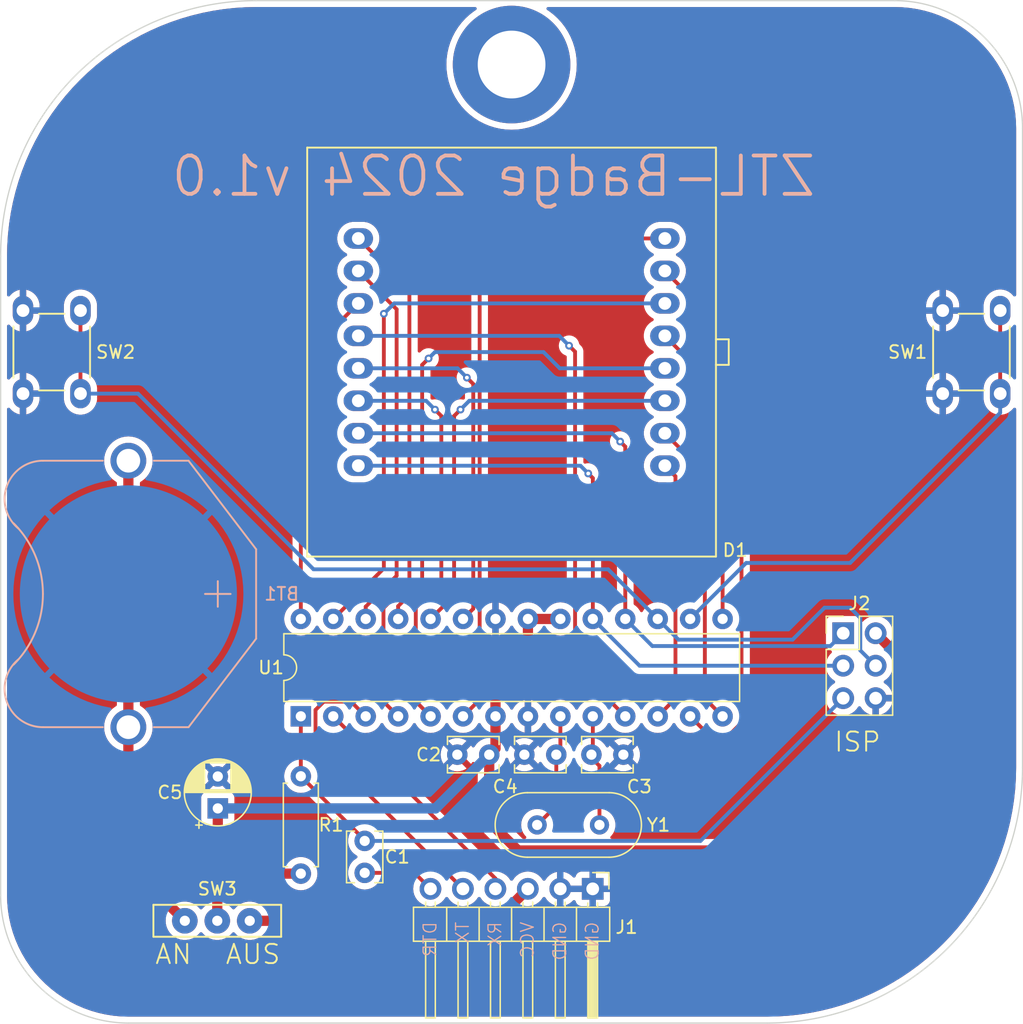
<source format=kicad_pcb>
(kicad_pcb (version 20240108) (generator "pcbnew") (generator_version "8.0")
  (layers (0 "F.Cu" signal) (31 "B.Cu" signal) (34 "B.Paste" user) (35 "F.Paste" user) (36 "B.SilkS" user "B.Silkscreen") (37 "F.SilkS" user "F.Silkscreen") (38 "B.Mask" user) (39 "F.Mask" user) (44 "Edge.Cuts" user))
  (net 0 "")
  (net 1 "Net-(BT1-+)")
  (net 2 "GND")
  (net 3 "RESET")
  (net 4 "Net-(J1-Pin_6)")
  (net 5 "+3V0")
  (net 6 "Net-(U1-XTAL2{slash}PB7)")
  (net 7 "Net-(U1-XTAL1{slash}PB6)")
  (net 8 "LED_Y5")
  (net 9 "LED_Y1")
  (net 10 "LED_X0")
  (net 11 "LED_Y0")
  (net 12 "LED_X2")
  (net 13 "LED_Y4")
  (net 14 "LED_X4")
  (net 15 "LED_Y3")
  (net 16 "LED_X5")
  (net 17 "LED_X6")
  (net 18 "LED_Y2")
  (net 19 "LED_X7")
  (net 20 "LED_Y7")
  (net 21 "LED_Y6")
  (net 22 "LED_X1")
  (net 23 "LED_X3")
  (net 24 "Net-(J1-Pin_4)")
  (net 25 "Net-(J1-Pin_5)")
  (net 26 "Net-(J2-Pin_4)")
  (net 27 "POWER_IN")
  (net 28 "Net-(U1-PB2)")
  (footprint "MountingHole:MountingHole_5.3mm_M5_DIN965_Pad" (layer "F.Cu") (at 140 75)
    (property "Reference" "H1" (hide yes))
    (property "Value" "MountingHole")
    (pad "1" thru_hole circle (at 0 0) (size 9.2 9.2) (drill 5.3) (layers "*.Cu" "*.Mask"))
  )
  (footprint "Capacitor_THT:C_Disc_D3.8mm_W2.6mm_P2.50mm" (layer "F.Cu") (at 143.5 129 180)
    (property "Reference" "C4" (at 4 -2.5 360) (layer "F.SilkS"))
    (property "Value" "22pF")
    (fp_line (start 3.27 0.795) (end 3.27 1.42) (stroke (width 0.12)) (layer "F.SilkS"))
    (fp_line (start 3.27 -1.42) (end 3.27 -0.795) (stroke (width 0.12)) (layer "F.SilkS"))
    (fp_line (start -0.77 1.42) (end 3.27 1.42) (stroke (width 0.12)) (layer "F.SilkS"))
    (fp_line (start -0.77 0.795) (end -0.77 1.42) (stroke (width 0.12)) (layer "F.SilkS"))
    (fp_line (start -0.77 -1.42) (end 3.27 -1.42) (stroke (width 0.12)) (layer "F.SilkS"))
    (fp_line (start -0.77 -1.42) (end -0.77 -0.795) (stroke (width 0.12)) (layer "F.SilkS"))
    (pad "1" thru_hole circle (at 0 0 180) (size 1.6 1.6) (drill 0.8) (layers "*.Cu" "*.Mask") (net 7 "Net-(U1-XTAL1{slash}PB6)"))
    (pad "2" thru_hole circle (at 2.5 0 180) (size 1.6 1.6) (drill 0.8) (layers "*.Cu" "*.Mask") (net 2 "GND"))
  )
  (footprint "Resistor_THT:R_Axial_DIN0207_L6.3mm_D2.5mm_P7.62mm_Horizontal" (layer "F.Cu") (at 123.5 130.69 -90)
    (property "Reference" "R1" (at 3.81 -2.37 180) (layer "F.SilkS"))
    (property "Value" "10k")
    (fp_line (start 0.54 1.37) (end 7.08 1.37) (stroke (width 0.12)) (layer "F.SilkS"))
    (fp_line (start 7.08 1.37) (end 7.08 1.04) (stroke (width 0.12)) (layer "F.SilkS"))
    (fp_line (start 0.54 1.04) (end 0.54 1.37) (stroke (width 0.12)) (layer "F.SilkS"))
    (fp_line (start 0.54 -1.04) (end 0.54 -1.37) (stroke (width 0.12)) (layer "F.SilkS"))
    (fp_line (start 0.54 -1.37) (end 7.08 -1.37) (stroke (width 0.12)) (layer "F.SilkS"))
    (fp_line (start 7.08 -1.37) (end 7.08 -1.04) (stroke (width 0.12)) (layer "F.SilkS"))
    (pad "1" thru_hole circle (at 0 0 270) (size 1.6 1.6) (drill 0.8) (layers "*.Cu" "*.Mask") (net 3 "RESET"))
    (pad "2" thru_hole oval (at 7.62 0 270) (size 1.6 1.6) (drill 0.8) (layers "*.Cu" "*.Mask") (net 5 "+3V0"))
  )
  (footprint "Kurzhubtaster:Kurzhubtaster" (layer "F.Cu") (at 104 97.5 90)
    (property "Reference" "SW2" (at 0 5 180) (layer "F.SilkS"))
    (property "Value" "Right Button" (hide yes))
    (fp_line (start -2 -3) (end 2 -3) (stroke (width 0.15)) (layer "F.SilkS"))
    (fp_line (start 3 -1) (end 3 1) (stroke (width 0.15)) (layer "F.SilkS"))
    (fp_line (start -3 -1) (end -3 1) (stroke (width 0.15)) (layer "F.SilkS"))
    (fp_line (start -2 3) (end 2 3) (stroke (width 0.15)) (layer "F.SilkS"))
    (pad "1" thru_hole oval (at -3.25 2.25 90) (size 2.3 1.6) (drill 1) (layers "*.Cu" "*.Mask") (net 26 "Net-(J2-Pin_4)"))
    (pad "2" thru_hole oval (at -3.25 -2.25 90) (size 2.3 1.6) (drill 1) (layers "*.Cu" "*.Mask") (net 2 "GND"))
    (pad "3" thru_hole oval (at 3.25 2.25 90) (size 2.3 1.6) (drill 1) (layers "*.Cu" "*.Mask") (net 26 "Net-(J2-Pin_4)"))
    (pad "4" thru_hole oval (at 3.25 -2.25 90) (size 2.3 1.6) (drill 1) (layers "*.Cu" "*.Mask") (net 2 "GND"))
  )
  (footprint "1088BS:1088BS" (layer "F.Cu") (at 140 97.5 90)
    (property "Reference" "D1" (at -15.5 17.5 180) (layer "F.SilkS"))
    (property "Value" "1088BS" (hide yes))
    (fp_line (start 16 -16) (end -16 -16) (stroke (width 0.15)) (layer "F.SilkS"))
    (fp_line (start -16 -16) (end -16 16) (stroke (width 0.15)) (layer "F.SilkS"))
    (fp_line (start 16 16) (end 16 -16) (stroke (width 0.15)) (layer "F.SilkS"))
    (fp_line (start -1 16) (end -1 17) (stroke (width 0.15)) (layer "F.SilkS"))
    (fp_line (start -16 16) (end 16 16) (stroke (width 0.15)) (layer "F.SilkS"))
    (fp_line (start 1 17) (end 1 16) (stroke (width 0.15)) (layer "F.SilkS"))
    (fp_line (start -1 17) (end 1 17) (stroke (width 0.15)) (layer "F.SilkS"))
    (pad "1" thru_hole oval (at -8.89 12 90) (size 1.6 2.3) (drill 1) (layers "*.Cu" "*.Mask") (net 14 "LED_X4"))
    (pad "2" thru_hole oval (at -6.35 12 90) (size 1.6 2.3) (drill 1) (layers "*.Cu" "*.Mask") (net 17 "LED_X6"))
    (pad "3" thru_hole oval (at -3.81 12 90) (size 1.6 2.3) (drill 1) (layers "*.Cu" "*.Mask") (net 9 "LED_Y1"))
    (pad "4" thru_hole oval (at -1.27 12 90) (size 1.6 2.3) (drill 1) (layers "*.Cu" "*.Mask") (net 18 "LED_Y2"))
    (pad "5" thru_hole oval (at 1.27 12 90) (size 1.6 2.3) (drill 1) (layers "*.Cu" "*.Mask") (net 19 "LED_X7"))
    (pad "6" thru_hole oval (at 3.81 12 90) (size 1.6 2.3) (drill 1) (layers "*.Cu" "*.Mask") (net 13 "LED_Y4"))
    (pad "7" thru_hole oval (at 6.35 12 90) (size 1.6 2.3) (drill 1) (layers "*.Cu" "*.Mask") (net 16 "LED_X5"))
    (pad "8" thru_hole oval (at 8.89 12 90) (size 1.6 2.3) (drill 1) (layers "*.Cu" "*.Mask") (net 12 "LED_X2"))
    (pad "9" thru_hole oval (at 8.89 -12 90) (size 1.6 2.3) (drill 1) (layers "*.Cu" "*.Mask") (net 10 "LED_X0"))
    (pad "10" thru_hole oval (at 6.35 -12 90) (size 1.6 2.3) (drill 1) (layers "*.Cu" "*.Mask") (net 15 "LED_Y3"))
    (pad "11" thru_hole oval (at 3.81 -12 90) (size 1.6 2.3) (drill 1) (layers "*.Cu" "*.Mask") (net 8 "LED_Y5"))
    (pad "12" thru_hole oval (at 1.27 -12 90) (size 1.6 2.3) (drill 1) (layers "*.Cu" "*.Mask") (net 23 "LED_X3"))
    (pad "13" thru_hole oval (at -1.27 -12 90) (size 1.6 2.3) (drill 1) (layers "*.Cu" "*.Mask") (net 11 "LED_Y0"))
    (pad "14" thru_hole oval (at -3.81 -12 90) (size 1.6 2.3) (drill 1) (layers "*.Cu" "*.Mask") (net 22 "LED_X1"))
    (pad "15" thru_hole oval (at -6.35 -12 90) (size 1.6 2.3) (drill 1) (layers "*.Cu" "*.Mask") (net 21 "LED_Y6"))
    (pad "16" thru_hole oval (at -8.89 -12 90) (size 1.6 2.3) (drill 1) (layers "*.Cu" "*.Mask") (net 20 "LED_Y7"))
  )
  (footprint "Capacitor_THT:CP_Radial_D5.0mm_P2.50mm" (layer "F.Cu") (at 117 133.205113 90)
    (property "Reference" "C5" (at 1.25 -3.75 180) (layer "F.SilkS"))
    (property "Value" "100uF")
    (fp_line (start 1.29 -2.58) (end 1.29 2.58) (stroke (width 0.12)) (layer "F.SilkS"))
    (fp_line (start 1.25 -2.58) (end 1.25 2.58) (stroke (width 0.12)) (layer "F.SilkS"))
    (fp_line (start 1.33 -2.579) (end 1.33 2.579) (stroke (width 0.12)) (layer "F.SilkS"))
    (fp_line (start 1.37 -2.578) (end 1.37 2.578) (stroke (width 0.12)) (layer "F.SilkS"))
    (fp_line (start 1.41 -2.576) (end 1.41 2.576) (stroke (width 0.12)) (layer "F.SilkS"))
    (fp_line (start 1.45 -2.573) (end 1.45 2.573) (stroke (width 0.12)) (layer "F.SilkS"))
    (fp_line (start 1.49 -2.569) (end 1.49 -1.04) (stroke (width 0.12)) (layer "F.SilkS"))
    (fp_line (start 1.53 -2.565) (end 1.53 -1.04) (stroke (width 0.12)) (layer "F.SilkS"))
    (fp_line (start 1.57 -2.561) (end 1.57 -1.04) (stroke (width 0.12)) (layer "F.SilkS"))
    (fp_line (start 1.61 -2.556) (end 1.61 -1.04) (stroke (width 0.12)) (layer "F.SilkS"))
    (fp_line (start 1.65 -2.55) (end 1.65 -1.04) (stroke (width 0.12)) (layer "F.SilkS"))
    (fp_line (start 1.69 -2.543) (end 1.69 -1.04) (stroke (width 0.12)) (layer "F.SilkS"))
    (fp_line (start 1.73 -2.536) (end 1.73 -1.04) (stroke (width 0.12)) (layer "F.SilkS"))
    (fp_line (start 1.77 -2.528) (end 1.77 -1.04) (stroke (width 0.12)) (layer "F.SilkS"))
    (fp_line (start 1.81 -2.52) (end 1.81 -1.04) (stroke (width 0.12)) (layer "F.SilkS"))
    (fp_line (start 1.85 -2.511) (end 1.85 -1.04) (stroke (width 0.12)) (layer "F.SilkS"))
    (fp_line (start 1.89 -2.501) (end 1.89 -1.04) (stroke (width 0.12)) (layer "F.SilkS"))
    (fp_line (start 1.93 -2.491) (end 1.93 -1.04) (stroke (width 0.12)) (layer "F.SilkS"))
    (fp_line (start 1.971 -2.48) (end 1.971 -1.04) (stroke (width 0.12)) (layer "F.SilkS"))
    (fp_line (start 2.011 -2.468) (end 2.011 -1.04) (stroke (width 0.12)) (layer "F.SilkS"))
    (fp_line (start 2.051 -2.455) (end 2.051 -1.04) (stroke (width 0.12)) (layer "F.SilkS"))
    (fp_line (start 2.091 -2.442) (end 2.091 -1.04) (stroke (width 0.12)) (layer "F.SilkS"))
    (fp_line (start 2.131 -2.428) (end 2.131 -1.04) (stroke (width 0.12)) (layer "F.SilkS"))
    (fp_line (start 2.171 -2.414) (end 2.171 -1.04) (stroke (width 0.12)) (layer "F.SilkS"))
    (fp_line (start 2.211 -2.398) (end 2.211 -1.04) (stroke (width 0.12)) (layer "F.SilkS"))
    (fp_line (start 2.251 -2.382) (end 2.251 -1.04) (stroke (width 0.12)) (layer "F.SilkS"))
    (fp_line (start 2.291 -2.365) (end 2.291 -1.04) (stroke (width 0.12)) (layer "F.SilkS"))
    (fp_line (start 2.331 -2.348) (end 2.331 -1.04) (stroke (width 0.12)) (layer "F.SilkS"))
    (fp_line (start 2.371 -2.329) (end 2.371 -1.04) (stroke (width 0.12)) (layer "F.SilkS"))
    (fp_line (start 2.411 -2.31) (end 2.411 -1.04) (stroke (width 0.12)) (layer "F.SilkS"))
    (fp_line (start 2.451 -2.29) (end 2.451 -1.04) (stroke (width 0.12)) (layer "F.SilkS"))
    (fp_line (start 2.491 -2.268) (end 2.491 -1.04) (stroke (width 0.12)) (layer "F.SilkS"))
    (fp_line (start 2.531 -2.247) (end 2.531 -1.04) (stroke (width 0.12)) (layer "F.SilkS"))
    (fp_line (start 2.571 -2.224) (end 2.571 -1.04) (stroke (width 0.12)) (layer "F.SilkS"))
    (fp_line (start 2.611 -2.2) (end 2.611 -1.04) (stroke (width 0.12)) (layer "F.SilkS"))
    (fp_line (start 2.651 -2.175) (end 2.651 -1.04) (stroke (width 0.12)) (layer "F.SilkS"))
    (fp_line (start 2.691 -2.149) (end 2.691 -1.04) (stroke (width 0.12)) (layer "F.SilkS"))
    (fp_line (start 2.731 -2.122) (end 2.731 -1.04) (stroke (width 0.12)) (layer "F.SilkS"))
    (fp_line (start 2.771 -2.095) (end 2.771 -1.04) (stroke (width 0.12)) (layer "F.SilkS"))
    (fp_line (start 2.811 -2.065) (end 2.811 -1.04) (stroke (width 0.12)) (layer "F.SilkS"))
    (fp_line (start 2.851 -2.035) (end 2.851 -1.04) (stroke (width 0.12)) (layer "F.SilkS"))
    (fp_line (start 2.891 -2.004) (end 2.891 -1.04) (stroke (width 0.12)) (layer "F.SilkS"))
    (fp_line (start 2.931 -1.971) (end 2.931 -1.04) (stroke (width 0.12)) (layer "F.SilkS"))
    (fp_line (start 2.971 -1.937) (end 2.971 -1.04) (stroke (width 0.12)) (layer "F.SilkS"))
    (fp_line (start 3.011 -1.901) (end 3.011 -1.04) (stroke (width 0.12)) (layer "F.SilkS"))
    (fp_line (start 3.051 -1.864) (end 3.051 -1.04) (stroke (width 0.12)) (layer "F.SilkS"))
    (fp_line (start 3.091 -1.826) (end 3.091 -1.04) (stroke (width 0.12)) (layer "F.SilkS"))
    (fp_line (start 3.131 -1.785) (end 3.131 -1.04) (stroke (width 0.12)) (layer "F.SilkS"))
    (fp_line (start 3.171 -1.743) (end 3.171 -1.04) (stroke (width 0.12)) (layer "F.SilkS"))
    (fp_line (start -1.304775 -1.725) (end -1.304775 -1.225) (stroke (width 0.12)) (layer "F.SilkS"))
    (fp_line (start 3.211 -1.699) (end 3.211 -1.04) (stroke (width 0.12)) (layer "F.SilkS"))
    (fp_line (start 3.251 -1.653) (end 3.251 -1.04) (stroke (width 0.12)) (layer "F.SilkS"))
    (fp_line (start 3.291 -1.605) (end 3.291 -1.04) (stroke (width 0.12)) (layer "F.SilkS"))
    (fp_line (start 3.331 -1.554) (end 3.331 -1.04) (stroke (width 0.12)) (layer "F.SilkS"))
    (fp_line (start 3.371 -1.5) (end 3.371 -1.04) (stroke (width 0.12)) (layer "F.SilkS"))
    (fp_line (start -1.554775 -1.475) (end -1.054775 -1.475) (stroke (width 0.12)) (layer "F.SilkS"))
    (fp_line (start 3.411 -1.443) (end 3.411 -1.04) (stroke (width 0.12)) (layer "F.SilkS"))
    (fp_line (start 3.451 -1.383) (end 3.451 -1.04) (stroke (width 0.12)) (layer "F.SilkS"))
    (fp_line (start 3.491 -1.319) (end 3.491 -1.04) (stroke (width 0.12)) (layer "F.SilkS"))
    (fp_line (start 3.531 -1.251) (end 3.531 -1.04) (stroke (width 0.12)) (layer "F.SilkS"))
    (fp_line (start 3.571 -1.178) (end 3.571 1.178) (stroke (width 0.12)) (layer "F.SilkS"))
    (fp_line (start 3.611 -1.098) (end 3.611 1.098) (stroke (width 0.12)) (layer "F.SilkS"))
    (fp_line (start 3.651 -1.011) (end 3.651 1.011) (stroke (width 0.12)) (layer "F.SilkS"))
    (fp_line (start 3.691 -0.915) (end 3.691 0.915) (stroke (width 0.12)) (layer "F.SilkS"))
    (fp_line (start 3.731 -0.805) (end 3.731 0.805) (stroke (width 0.12)) (layer "F.SilkS"))
    (fp_line (start 3.771 -0.677) (end 3.771 0.677) (stroke (width 0.12)) (layer "F.SilkS"))
    (fp_line (start 3.811 -0.518) (end 3.811 0.518) (stroke (width 0.12)) (layer "F.SilkS"))
    (fp_line (start 3.851 -0.284) (end 3.851 0.284) (stroke (width 0.12)) (layer "F.SilkS"))
    (fp_line (start 3.531 1.04) (end 3.531 1.251) (stroke (width 0.12)) (layer "F.SilkS"))
    (fp_line (start 3.491 1.04) (end 3.491 1.319) (stroke (width 0.12)) (layer "F.SilkS"))
    (fp_line (start 3.451 1.04) (end 3.451 1.383) (stroke (width 0.12)) (layer "F.SilkS"))
    (fp_line (start 3.411 1.04) (end 3.411 1.443) (stroke (width 0.12)) (layer "F.SilkS"))
    (fp_line (start 3.371 1.04) (end 3.371 1.5) (stroke (width 0.12)) (layer "F.SilkS"))
    (fp_line (start 3.331 1.04) (end 3.331 1.554) (stroke (width 0.12)) (layer "F.SilkS"))
    (fp_line (start 3.291 1.04) (end 3.291 1.605) (stroke (width 0.12)) (layer "F.SilkS"))
    (fp_line (start 3.251 1.04) (end 3.251 1.653) (stroke (width 0.12)) (layer "F.SilkS"))
    (fp_line (start 3.211 1.04) (end 3.211 1.699) (stroke (width 0.12)) (layer "F.SilkS"))
    (fp_line (start 3.171 1.04) (end 3.171 1.743) (stroke (width 0.12)) (layer "F.SilkS"))
    (fp_line (start 3.131 1.04) (end 3.131 1.785) (stroke (width 0.12)) (layer "F.SilkS"))
    (fp_line (start 3.091 1.04) (end 3.091 1.826) (stroke (width 0.12)) (layer "F.SilkS"))
    (fp_line (start 3.051 1.04) (end 3.051 1.864) (stroke (width 0.12)) (layer "F.SilkS"))
    (fp_line (start 3.011 1.04) (end 3.011 1.901) (stroke (width 0.12)) (layer "F.SilkS"))
    (fp_line (start 2.971 1.04) (end 2.971 1.937) (stroke (width 0.12)) (layer "F.SilkS"))
    (fp_line (start 2.931 1.04) (end 2.931 1.971) (stroke (width 0.12)) (layer "F.SilkS"))
    (fp_line (start 2.891 1.04) (end 2.891 2.004) (stroke (width 0.12)) (layer "F.SilkS"))
    (fp_line (start 2.851 1.04) (end 2.851 2.035) (stroke (width 0.12)) (layer "F.SilkS"))
    (fp_line (start 2.811 1.04) (end 2.811 2.065) (stroke (width 0.12)) (layer "F.SilkS"))
    (fp_line (start 2.771 1.04) (end 2.771 2.095) (stroke (width 0.12)) (layer "F.SilkS"))
    (fp_line (start 2.731 1.04) (end 2.731 2.122) (stroke (width 0.12)) (layer "F.SilkS"))
    (fp_line (start 2.691 1.04) (end 2.691 2.149) (stroke (width 0.12)) (layer "F.SilkS"))
    (fp_line (start 2.651 1.04) (end 2.651 2.175) (stroke (width 0.12)) (layer "F.SilkS"))
    (fp_line (start 2.611 1.04) (end 2.611 2.2) (stroke (width 0.12)) (layer "F.SilkS"))
    (fp_line (start 2.571 1.04) (end 2.571 2.224) (stroke (width 0.12)) (layer "F.SilkS"))
    (fp_line (start 2.531 1.04) (end 2.531 2.247) (stroke (width 0.12)) (layer "F.SilkS"))
    (fp_line (start 2.491 1.04) (end 2.491 2.268) (stroke (width 0.12)) (layer "F.SilkS"))
    (fp_line (start 2.451 1.04) (end 2.451 2.29) (stroke (width 0.12)) (layer "F.SilkS"))
    (fp_line (start 2.411 1.04) (end 2.411 2.31) (stroke (width 0.12)) (layer "F.SilkS"))
    (fp_line (start 2.371 1.04) (end 2.371 2.329) (stroke (width 0.12)) (layer "F.SilkS"))
    (fp_line (start 2.331 1.04) (end 2.331 2.348) (stroke (width 0.12)) (layer "F.SilkS"))
    (fp_line (start 2.291 1.04) (end 2.291 2.365) (stroke (width 0.12)) (layer "F.SilkS"))
    (fp_line (start 2.251 1.04) (end 2.251 2.382) (stroke (width 0.12)) (layer "F.SilkS"))
    (fp_line (start 2.211 1.04) (end 2.211 2.398) (stroke (width 0.12)) (layer "F.SilkS"))
    (fp_line (start 2.171 1.04) (end 2.171 2.414) (stroke (width 0.12)) (layer "F.SilkS"))
    (fp_line (start 2.131 1.04) (end 2.131 2.428) (stroke (width 0.12)) (layer "F.SilkS"))
    (fp_line (start 2.091 1.04) (end 2.091 2.442) (stroke (width 0.12)) (layer "F.SilkS"))
    (fp_line (start 2.051 1.04) (end 2.051 2.455) (stroke (width 0.12)) (layer "F.SilkS"))
    (fp_line (start 2.011 1.04) (end 2.011 2.468) (stroke (width 0.12)) (layer "F.SilkS"))
    (fp_line (start 1.971 1.04) (end 1.971 2.48) (stroke (width 0.12)) (layer "F.SilkS"))
    (fp_line (start 1.93 1.04) (end 1.93 2.491) (stroke (width 0.12)) (layer "F.SilkS"))
    (fp_line (start 1.89 1.04) (end 1.89 2.501) (stroke (width 0.12)) (layer "F.SilkS"))
    (fp_line (start 1.85 1.04) (end 1.85 2.511) (stroke (width 0.12)) (layer "F.SilkS"))
    (fp_line (start 1.81 1.04) (end 1.81 2.52) (stroke (width 0.12)) (layer "F.SilkS"))
    (fp_line (start 1.77 1.04) (end 1.77 2.528) (stroke (width 0.12)) (layer "F.SilkS"))
    (fp_line (start 1.73 1.04) (end 1.73 2.536) (stroke (width 0.12)) (layer "F.SilkS"))
    (fp_line (start 1.69 1.04) (end 1.69 2.543) (stroke (width 0.12)) (layer "F.SilkS"))
    (fp_line (start 1.65 1.04) (end 1.65 2.55) (stroke (width 0.12)) (layer "F.SilkS"))
    (fp_line (start 1.61 1.04) (end 1.61 2.556) (stroke (width 0.12)) (layer "F.SilkS"))
    (fp_line (start 1.57 1.04) (end 1.57 2.561) (stroke (width 0.12)) (layer "F.SilkS"))
    (fp_line (start 1.53 1.04) (end 1.53 2.565) (stroke (width 0.12)) (layer "F.SilkS"))
    (fp_line (start 1.49 1.04) (end 1.49 2.569) (stroke (width 0.12)) (layer "F.SilkS"))
    (fp_circle (center 1.25 0) (end 3.87 0) (stroke (width 0.12)) (fill none) (layer "F.SilkS"))
    (pad "1" thru_hole rect (at 0 0 90) (size 1.6 1.6) (drill 0.8) (layers "*.Cu" "*.Mask") (net 5 "+3V0"))
    (pad "2" thru_hole circle (at 2.5 0 90) (size 1.6 1.6) (drill 0.8) (layers "*.Cu" "*.Mask") (net 2 "GND"))
  )
  (footprint "Capacitor_THT:C_Disc_D3.8mm_W2.6mm_P2.50mm" (layer "F.Cu") (at 138.25 129 180)
    (property "Reference" "C2" (at 4.75 0 360) (layer "F.SilkS"))
    (property "Value" "100nF")
    (fp_line (start 3.27 0.795) (end 3.27 1.42) (stroke (width 0.12)) (layer "F.SilkS"))
    (fp_line (start 3.27 -1.42) (end 3.27 -0.795) (stroke (width 0.12)) (layer "F.SilkS"))
    (fp_line (start -0.77 1.42) (end 3.27 1.42) (stroke (width 0.12)) (layer "F.SilkS"))
    (fp_line (start -0.77 0.795) (end -0.77 1.42) (stroke (width 0.12)) (layer "F.SilkS"))
    (fp_line (start -0.77 -1.42) (end 3.27 -1.42) (stroke (width 0.12)) (layer "F.SilkS"))
    (fp_line (start -0.77 -1.42) (end -0.77 -0.795) (stroke (width 0.12)) (layer "F.SilkS"))
    (pad "1" thru_hole circle (at 0 0 180) (size 1.6 1.6) (drill 0.8) (layers "*.Cu" "*.Mask") (net 5 "+3V0"))
    (pad "2" thru_hole circle (at 2.5 0 180) (size 1.6 1.6) (drill 0.8) (layers "*.Cu" "*.Mask") (net 2 "GND"))
  )
  (footprint "ESP101:ESP101" (layer "F.Cu") (at 116.96 142 180)
    (property "Reference" "SW3" (at 0 2.5 360) (layer "F.SilkS"))
    (property "Value" "Power Switch")
    (fp_line (start 5 1.25) (end 5 -1.25) (stroke (width 0.15)) (layer "F.SilkS"))
    (fp_line (start 5 1.25) (end -5 1.25) (stroke (width 0.15)) (layer "F.SilkS"))
    (fp_line (start 5 -1.25) (end -5 -1.25) (stroke (width 0.15)) (layer "F.SilkS"))
    (fp_line (start -5 1.25) (end -5 -1.25) (stroke (width 0.15)) (layer "F.SilkS"))
    (pad "1" thru_hole circle (at -2.54 0 180) (size 2 2) (drill 0.8) (layers "*.Cu" "*.Mask") (net 27 "POWER_IN"))
    (pad "2" thru_hole circle (at 0 0 180) (size 2 2) (drill 0.8) (layers "*.Cu" "*.Mask") (net 5 "+3V0"))
    (pad "3" thru_hole circle (at 2.54 0 180) (size 2 2) (drill 0.8) (layers "*.Cu" "*.Mask") (net 1 "Net-(BT1-+)"))
  )
  (footprint "Connector_PinHeader_2.54mm:PinHeader_2x03_P2.54mm_Vertical" (layer "F.Cu") (at 165.96 119.5)
    (property "Reference" "J2" (at 1.27 -2.33 0) (layer "F.SilkS"))
    (property "Value" "ISP")
    (fp_line (start -1.33 -1.33) (end 0 -1.33) (stroke (width 0.12)) (layer "F.SilkS"))
    (fp_line (start -1.33 0) (end -1.33 -1.33) (stroke (width 0.12)) (layer "F.SilkS"))
    (fp_line (start -1.33 1.27) (end -1.33 6.41) (stroke (width 0.12)) (layer "F.SilkS"))
    (fp_line (start -1.33 1.27) (end 1.27 1.27) (stroke (width 0.12)) (layer "F.SilkS"))
    (fp_line (start -1.33 6.41) (end 3.87 6.41) (stroke (width 0.12)) (layer "F.SilkS"))
    (fp_line (start 1.27 -1.33) (end 3.87 -1.33) (stroke (width 0.12)) (layer "F.SilkS"))
    (fp_line (start 1.27 1.27) (end 1.27 -1.33) (stroke (width 0.12)) (layer "F.SilkS"))
    (fp_line (start 3.87 -1.33) (end 3.87 6.41) (stroke (width 0.12)) (layer "F.SilkS"))
    (pad "1" thru_hole rect (at 0 0) (size 1.7 1.7) (drill 1) (layers "*.Cu" "*.Mask") (net 21 "LED_Y6"))
    (pad "2" thru_hole oval (at 2.54 0) (size 1.7 1.7) (drill 1) (layers "*.Cu" "*.Mask") (net 5 "+3V0"))
    (pad "3" thru_hole oval (at 0 2.54) (size 1.7 1.7) (drill 1) (layers "*.Cu" "*.Mask") (net 20 "LED_Y7"))
    (pad "4" thru_hole oval (at 2.54 2.54) (size 1.7 1.7) (drill 1) (layers "*.Cu" "*.Mask") (net 26 "Net-(J2-Pin_4)"))
    (pad "5" thru_hole oval (at 0 5.08) (size 1.7 1.7) (drill 1) (layers "*.Cu" "*.Mask") (net 3 "RESET"))
    (pad "6" thru_hole oval (at 2.54 5.08) (size 1.7 1.7) (drill 1) (layers "*.Cu" "*.Mask") (net 2 "GND"))
  )
  (footprint "Package_DIP:DIP-28_W7.62mm" (layer "F.Cu") (at 123.5 126 90)
    (property "Reference" "U1" (at 3.81 -2.33 180) (layer "F.SilkS"))
    (property "Value" "ATmega328P-P")
    (fp_line (start 6.46 -1.33) (end 4.81 -1.33) (stroke (width 0.12)) (layer "F.SilkS"))
    (fp_line (start 2.81 -1.33) (end 1.16 -1.33) (stroke (width 0.12)) (layer "F.SilkS"))
    (fp_line (start 1.16 -1.33) (end 1.16 34.35) (stroke (width 0.12)) (layer "F.SilkS"))
    (fp_line (start 6.46 34.35) (end 6.46 -1.33) (stroke (width 0.12)) (layer "F.SilkS"))
    (fp_line (start 1.16 34.35) (end 6.46 34.35) (stroke (width 0.12)) (layer "F.SilkS"))
    (fp_arc (start 4.81 -1.33) (mid 3.81 -0.33) (end 2.81 -1.33) (stroke (width 0.12)) (layer "F.SilkS"))
    (pad "1" thru_hole rect (at 0 0 90) (size 1.6 1.6) (drill 0.8) (layers "*.Cu" "*.Mask") (net 3 "RESET"))
    (pad "2" thru_hole oval (at 0 2.54 90) (size 1.6 1.6) (drill 0.8) (layers "*.Cu" "*.Mask") (net 24 "Net-(J1-Pin_4)"))
    (pad "3" thru_hole oval (at 0 5.08 90) (size 1.6 1.6) (drill 0.8) (layers "*.Cu" "*.Mask") (net 25 "Net-(J1-Pin_5)"))
    (pad "4" thru_hole oval (at 0 7.62 90) (size 1.6 1.6) (drill 0.8) (layers "*.Cu" "*.Mask") (net 10 "LED_X0"))
    (pad "5" thru_hole oval (at 0 10.16 90) (size 1.6 1.6) (drill 0.8) (layers "*.Cu" "*.Mask") (net 22 "LED_X1"))
    (pad "6" thru_hole oval (at 0 12.7 90) (size 1.6 1.6) (drill 0.8) (layers "*.Cu" "*.Mask") (net 12 "LED_X2"))
    (pad "7" thru_hole oval (at 0 15.24 90) (size 1.6 1.6) (drill 0.8) (layers "*.Cu" "*.Mask") (net 5 "+3V0"))
    (pad "8" thru_hole oval (at 0 17.78 90) (size 1.6 1.6) (drill 0.8) (layers "*.Cu" "*.Mask") (net 2 "GND"))
    (pad "9" thru_hole oval (at 0 20.32 90) (size 1.6 1.6) (drill 0.8) (layers "*.Cu" "*.Mask") (net 7 "Net-(U1-XTAL1{slash}PB6)"))
    (pad "10" thru_hole oval (at 0 22.86 90) (size 1.6 1.6) (drill 0.8) (layers "*.Cu" "*.Mask") (net 6 "Net-(U1-XTAL2{slash}PB7)"))
    (pad "11" thru_hole oval (at 0 25.4 90) (size 1.6 1.6) (drill 0.8) (layers "*.Cu" "*.Mask") (net 23 "LED_X3"))
    (pad "12" thru_hole oval (at 0 27.94 90) (size 1.6 1.6) (drill 0.8) (layers "*.Cu" "*.Mask") (net 14 "LED_X4"))
    (pad "13" thru_hole oval (at 0 30.48 90) (size 1.6 1.6) (drill 0.8) (layers "*.Cu" "*.Mask") (net 16 "LED_X5"))
    (pad "14" thru_hole oval (at 0 33.02 90) (size 1.6 1.6) (drill 0.8) (layers "*.Cu" "*.Mask") (net 17 "LED_X6"))
    (pad "15" thru_hole oval (at 7.62 33.02 90) (size 1.6 1.6) (drill 0.8) (layers "*.Cu" "*.Mask") (net 19 "LED_X7"))
    (pad "16" thru_hole oval (at 7.62 30.48 90) (size 1.6 1.6) (drill 0.8) (layers "*.Cu" "*.Mask") (net 28 "Net-(U1-PB2)"))
    (pad "17" thru_hole oval (at 7.62 27.94 90) (size 1.6 1.6) (drill 0.8) (layers "*.Cu" "*.Mask") (net 26 "Net-(J2-Pin_4)"))
    (pad "18" thru_hole oval (at 7.62 25.4 90) (size 1.6 1.6) (drill 0.8) (layers "*.Cu" "*.Mask") (net 21 "LED_Y6"))
    (pad "19" thru_hole oval (at 7.62 22.86 90) (size 1.6 1.6) (drill 0.8) (layers "*.Cu" "*.Mask") (net 20 "LED_Y7"))
    (pad "20" thru_hole oval (at 7.62 20.32 90) (size 1.6 1.6) (drill 0.8) (layers "*.Cu" "*.Mask") (net 5 "+3V0"))
    (pad "21" thru_hole oval (at 7.62 17.78 90) (size 1.6 1.6) (drill 0.8) (layers "*.Cu" "*.Mask") (net 5 "+3V0"))
    (pad "22" thru_hole oval (at 7.62 15.24 90) (size 1.6 1.6) (drill 0.8) (layers "*.Cu" "*.Mask") (net 2 "GND"))
    (pad "23" thru_hole oval (at 7.62 12.7 90) (size 1.6 1.6) (drill 0.8) (layers "*.Cu" "*.Mask") (net 11 "LED_Y0"))
    (pad "24" thru_hole oval (at 7.62 10.16 90) (size 1.6 1.6) (drill 0.8) (layers "*.Cu" "*.Mask") (net 9 "LED_Y1"))
    (pad "25" thru_hole oval (at 7.62 7.62 90) (size 1.6 1.6) (drill 0.8) (layers "*.Cu" "*.Mask") (net 18 "LED_Y2"))
    (pad "26" thru_hole oval (at 7.62 5.08 90) (size 1.6 1.6) (drill 0.8) (layers "*.Cu" "*.Mask") (net 15 "LED_Y3"))
    (pad "27" thru_hole oval (at 7.62 2.54 90) (size 1.6 1.6) (drill 0.8) (layers "*.Cu" "*.Mask") (net 13 "LED_Y4"))
    (pad "28" thru_hole oval (at 7.62 0 90) (size 1.6 1.6) (drill 0.8) (layers "*.Cu" "*.Mask") (net 8 "LED_Y5"))
  )
  (footprint "Capacitor_THT:C_Disc_D3.8mm_W2.6mm_P2.50mm" (layer "F.Cu") (at 128.5 135.75 -90)
    (property "Reference" "C1" (at 1.25 -2.55 180) (layer "F.SilkS"))
    (property "Value" "100nF")
    (fp_line (start -0.77 1.42) (end 3.27 1.42) (stroke (width 0.12)) (layer "F.SilkS"))
    (fp_line (start -0.77 0.795) (end -0.77 1.42) (stroke (width 0.12)) (layer "F.SilkS"))
    (fp_line (start 3.27 0.795) (end 3.27 1.42) (stroke (width 0.12)) (layer "F.SilkS"))
    (fp_line (start -0.77 -1.42) (end -0.77 -0.795) (stroke (width 0.12)) (layer "F.SilkS"))
    (fp_line (start -0.77 -1.42) (end 3.27 -1.42) (stroke (width 0.12)) (layer "F.SilkS"))
    (fp_line (start 3.27 -1.42) (end 3.27 -0.795) (stroke (width 0.12)) (layer "F.SilkS"))
    (pad "1" thru_hole circle (at 0 0 270) (size 1.6 1.6) (drill 0.8) (layers "*.Cu" "*.Mask") (net 3 "RESET"))
    (pad "2" thru_hole circle (at 2.5 0 270) (size 1.6 1.6) (drill 0.8) (layers "*.Cu" "*.Mask") (net 4 "Net-(J1-Pin_6)"))
  )
  (footprint "Crystal:Crystal_HC49-4H_Vertical" (layer "F.Cu") (at 146.88 134.5 180)
    (property "Reference" "Y1" (at -4.62 0 360) (layer "F.SilkS"))
    (property "Value" "8MHz")
    (fp_line (start -0.76 2.525) (end 5.64 2.525) (stroke (width 0.12)) (layer "F.SilkS"))
    (fp_line (start -0.76 -2.525) (end 5.64 -2.525) (stroke (width 0.12)) (layer "F.SilkS"))
    (fp_arc (start 5.64 -2.525) (mid 8.165 0) (end 5.64 2.525) (stroke (width 0.12)) (layer "F.SilkS"))
    (fp_arc (start -0.76 2.525) (mid -3.285 0) (end -0.76 -2.525) (stroke (width 0.12)) (layer "F.SilkS"))
    (pad "1" thru_hole circle (at 0 0 180) (size 1.5 1.5) (drill 0.8) (layers "*.Cu" "*.Mask") (net 6 "Net-(U1-XTAL2{slash}PB7)"))
    (pad "2" thru_hole circle (at 4.88 0 180) (size 1.5 1.5) (drill 0.8) (layers "*.Cu" "*.Mask") (net 7 "Net-(U1-XTAL1{slash}PB6)"))
  )
  (footprint "Capacitor_THT:C_Disc_D3.8mm_W2.6mm_P2.50mm" (layer "F.Cu") (at 146.25 129)
    (property "Reference" "C3" (at 3.75 2.5 0) (layer "F.SilkS"))
    (property "Value" "22pF")
    (fp_line (start -0.77 -1.42) (end -0.77 -0.795) (stroke (width 0.12)) (layer "F.SilkS"))
    (fp_line (start -0.77 -1.42) (end 3.27 -1.42) (stroke (width 0.12)) (layer "F.SilkS"))
    (fp_line (start -0.77 0.795) (end -0.77 1.42) (stroke (width 0.12)) (layer "F.SilkS"))
    (fp_line (start -0.77 1.42) (end 3.27 1.42) (stroke (width 0.12)) (layer "F.SilkS"))
    (fp_line (start 3.27 -1.42) (end 3.27 -0.795) (stroke (width 0.12)) (layer "F.SilkS"))
    (fp_line (start 3.27 0.795) (end 3.27 1.42) (stroke (width 0.12)) (layer "F.SilkS"))
    (pad "1" thru_hole circle (at 0 0) (size 1.6 1.6) (drill 0.8) (layers "*.Cu" "*.Mask") (net 6 "Net-(U1-XTAL2{slash}PB7)"))
    (pad "2" thru_hole circle (at 2.5 0) (size 1.6 1.6) (drill 0.8) (layers "*.Cu" "*.Mask") (net 2 "GND"))
  )
  (footprint "Kurzhubtaster:Kurzhubtaster" (layer "F.Cu") (at 176 97.5 90)
    (property "Reference" "SW1" (at 0 -5 180) (layer "F.SilkS"))
    (property "Value" "Left Button" (hide yes))
    (fp_line (start -2 -3) (end 2 -3) (stroke (width 0.15)) (layer "F.SilkS"))
    (fp_line (start 3 -1) (end 3 1) (stroke (width 0.15)) (layer "F.SilkS"))
    (fp_line (start -3 -1) (end -3 1) (stroke (width 0.15)) (layer "F.SilkS"))
    (fp_line (start -2 3) (end 2 3) (stroke (width 0.15)) (layer "F.SilkS"))
    (pad "1" thru_hole oval (at -3.25 2.25 90) (size 2.3 1.6) (drill 1) (layers "*.Cu" "*.Mask") (net 28 "Net-(U1-PB2)"))
    (pad "2" thru_hole oval (at -3.25 -2.25 90) (size 2.3 1.6) (drill 1) (layers "*.Cu" "*.Mask") (net 2 "GND"))
    (pad "3" thru_hole oval (at 3.25 2.25 90) (size 2.3 1.6) (drill 1) (layers "*.Cu" "*.Mask") (net 28 "Net-(U1-PB2)"))
    (pad "4" thru_hole oval (at 3.25 -2.25 90) (size 2.3 1.6) (drill 1) (layers "*.Cu" "*.Mask") (net 2 "GND"))
  )
  (footprint "Connector_PinHeader_2.54mm:PinHeader_1x06_P2.54mm_Horizontal" (layer "F.Cu") (at 146.35 139.5 -90)
    (property "Reference" "J1" (at 3 -2.65 180) (layer "F.SilkS"))
    (property "Value" "UART")
    (fp_line (start 1.44 14.03) (end 4.1 14.03) (stroke (width 0.12)) (layer "F.SilkS"))
    (fp_line (start 4.1 14.03) (end 4.1 -1.33) (stroke (width 0.12)) (layer "F.SilkS"))
    (fp_line (start 1.042929 13.08) (end 1.44 13.08) (stroke (width 0.12)) (layer "F.SilkS"))
    (fp_line (start 10.1 13.08) (end 4.1 13.08) (stroke (width 0.12)) (layer "F.SilkS"))
    (fp_line (start 1.042929 12.32) (end 1.44 12.32) (stroke (width 0.12)) (layer "F.SilkS"))
    (fp_line (start 4.1 12.32) (end 10.1 12.32) (stroke (width 0.12)) (layer "F.SilkS"))
    (fp_line (start 10.1 12.32) (end 10.1 13.08) (stroke (width 0.12)) (layer "F.SilkS"))
    (fp_line (start 1.44 11.43) (end 4.1 11.43) (stroke (width 0.12)) (layer "F.SilkS"))
    (fp_line (start 1.042929 10.54) (end 1.44 10.54) (stroke (width 0.12)) (layer "F.SilkS"))
    (fp_line (start 10.1 10.54) (end 4.1 10.54) (stroke (width 0.12)) (layer "F.SilkS"))
    (fp_line (start 1.042929 9.78) (end 1.44 9.78) (stroke (width 0.12)) (layer "F.SilkS"))
    (fp_line (start 4.1 9.78) (end 10.1 9.78) (stroke (width 0.12)) (layer "F.SilkS"))
    (fp_line (start 10.1 9.78) (end 10.1 10.54) (stroke (width 0.12)) (layer "F.SilkS"))
    (fp_line (start 1.44 8.89) (end 4.1 8.89) (stroke (width 0.12)) (layer "F.SilkS"))
    (fp_line (start 1.042929 8) (end 1.44 8) (stroke (width 0.12)) (layer "F.SilkS"))
    (fp_line (start 10.1 8) (end 4.1 8) (stroke (width 0.12)) (layer "F.SilkS"))
    (fp_line (start 1.042929 7.24) (end 1.44 7.24) (stroke (width 0.12)) (layer "F.SilkS"))
    (fp_line (start 4.1 7.24) (end 10.1 7.24) (stroke (width 0.12)) (layer "F.SilkS"))
    (fp_line (start 10.1 7.24) (end 10.1 8) (stroke (width 0.12)) (layer "F.SilkS"))
    (fp_line (start 1.44 6.35) (end 4.1 6.35) (stroke (width 0.12)) (layer "F.SilkS"))
    (fp_line (start 1.042929 5.46) (end 1.44 5.46) (stroke (width 0.12)) (layer "F.SilkS"))
    (fp_line (start 10.1 5.46) (end 4.1 5.46) (stroke (width 0.12)) (layer "F.SilkS"))
    (fp_line (start 1.042929 4.7) (end 1.44 4.7) (stroke (width 0.12)) (layer "F.SilkS"))
    (fp_line (start 4.1 4.7) (end 10.1 4.7) (stroke (width 0.12)) (layer "F.SilkS"))
    (fp_line (start 10.1 4.7) (end 10.1 5.46) (stroke (width 0.12)) (layer "F.SilkS"))
    (fp_line (start 1.44 3.81) (end 4.1 3.81) (stroke (width 0.12)) (layer "F.SilkS"))
    (fp_line (start 1.042929 2.92) (end 1.44 2.92) (stroke (width 0.12)) (layer "F.SilkS"))
    (fp_line (start 10.1 2.92) (end 4.1 2.92) (stroke (width 0.12)) (layer "F.SilkS"))
    (fp_line (start 1.042929 2.16) (end 1.44 2.16) (stroke (width 0.12)) (layer "F.SilkS"))
    (fp_line (start 4.1 2.16) (end 10.1 2.16) (stroke (width 0.12)) (layer "F.SilkS"))
    (fp_line (start 10.1 2.16) (end 10.1 2.92) (stroke (width 0.12)) (layer "F.SilkS"))
    (fp_line (start 1.44 1.27) (end 4.1 1.27) (stroke (width 0.12)) (layer "F.SilkS"))
    (fp_line (start 1.11 0.38) (end 1.44 0.38) (stroke (width 0.12)) (layer "F.SilkS"))
    (fp_line (start 10.1 0.38) (end 4.1 0.38) (stroke (width 0.12)) (layer "F.SilkS"))
    (fp_line (start 4.1 0.28) (end 10.1 0.28) (stroke (width 0.12)) (layer "F.SilkS"))
    (fp_line (start 4.1 0.16) (end 10.1 0.16) (stroke (width 0.12)) (layer "F.SilkS"))
    (fp_line (start 4.1 0.04) (end 10.1 0.04) (stroke (width 0.12)) (layer "F.SilkS"))
    (fp_line (start -1.27 0) (end -1.27 -1.27) (stroke (width 0.12)) (layer "F.SilkS"))
    (fp_line (start 4.1 -0.08) (end 10.1 -0.08) (stroke (width 0.12)) (layer "F.SilkS"))
    (fp_line (start 4.1 -0.2) (end 10.1 -0.2) (stroke (width 0.12)) (layer "F.SilkS"))
    (fp_line (start 4.1 -0.32) (end 10.1 -0.32) (stroke (width 0.12)) (layer "F.SilkS"))
    (fp_line (start 1.11 -0.38) (end 1.44 -0.38) (stroke (width 0.12)) (layer "F.SilkS"))
    (fp_line (start 4.1 -0.38) (end 10.1 -0.38) (stroke (width 0.12)) (layer "F.SilkS"))
    (fp_line (start 10.1 -0.38) (end 10.1 0.38) (stroke (width 0.12)) (layer "F.SilkS"))
    (fp_line (start -1.27 -1.27) (end 0 -1.27) (stroke (width 0.12)) (layer "F.SilkS"))
    (fp_line (start 1.44 -1.33) (end 1.44 14.03) (stroke (width 0.12)) (layer "F.SilkS"))
    (fp_line (start 4.1 -1.33) (end 1.44 -1.33) (stroke (width 0.12)) (layer "F.SilkS"))
    (pad "1" thru_hole rect (at 0 0 270) (size 1.7 1.7) (drill 1) (layers "*.Cu" "*.Mask") (net 2 "GND"))
    (pad "2" thru_hole oval (at 0 2.54 270) (size 1.7 1.7) (drill 1) (layers "*.Cu" "*.Mask") (net 2 "GND"))
    (pad "3" thru_hole oval (at 0 5.08 270) (size 1.7 1.7) (drill 1) (layers "*.Cu" "*.Mask") (net 27 "POWER_IN"))
    (pad "4" thru_hole oval (at 0 7.62 270) (size 1.7 1.7) (drill 1) (layers "*.Cu" "*.Mask") (net 24 "Net-(J1-Pin_4)"))
    (pad "5" thru_hole oval (at 0 10.16 270) (size 1.7 1.7) (drill 1) (layers "*.Cu" "*.Mask") (net 25 "Net-(J1-Pin_5)"))
    (pad "6" thru_hole oval (at 0 12.7 270) (size 1.7 1.7) (drill 1) (layers "*.Cu" "*.Mask") (net 4 "Net-(J1-Pin_6)"))
  )
  (footprint "1088BS:Knopfzellenclip_20mm" (layer "B.Cu") (at 110 116.425 -90)
    (property "Reference" "BT1" (at 0 -12 180) (layer "B.SilkS") (effects (justify mirror)))
    (property "Value" "CR2032" (hide yes))
    (fp_line (start -10.425 6.69) (end -10.425 2) (stroke (width 0.15)) (layer "B.SilkS"))
    (fp_line (start 10.425 2) (end 10.425 6.69) (stroke (width 0.15)) (layer "B.SilkS"))
    (fp_line (start -10.425 -4.71) (end -10.425 -2) (stroke (width 0.15)) (layer "B.SilkS"))
    (fp_line (start 10.425 -4.71) (end 10.425 -2) (stroke (width 0.15)) (layer "B.SilkS"))
    (fp_line (start 10.425 -4.71) (end 3.5 -10) (stroke (width 0.15)) (layer "B.SilkS"))
    (fp_line (start 1 -7) (end -1 -7) (stroke (width 0.15)) (layer "B.SilkS"))
    (fp_line (start 0 -8) (end 0 -6) (stroke (width 0.15)) (layer "B.SilkS"))
    (fp_line (start -3.5 -10) (end -10.425 -4.71) (stroke (width 0.15)) (layer "B.SilkS"))
    (fp_line (start 3.5 -10) (end -3.5 -10) (stroke (width 0.15)) (layer "B.SilkS"))
    (fp_arc (start -5.522504 8.977496) (mid -2.988758 7.284501) (end 0 6.69) (stroke (width 0.15)) (layer "B.SilkS"))
    (fp_arc (start -5.126867 8.618363) (mid -8.451061 9.509079) (end -10.425 6.69) (stroke (width 0.15)) (layer "B.SilkS"))
    (fp_arc (start 0 6.69) (mid 2.988758 7.284501) (end 5.522504 8.977496) (stroke (width 0.15)) (layer "B.SilkS"))
    (fp_arc (start 10.425 6.69) (mid 8.451061 9.509078) (end 5.126867 8.618363) (stroke (width 0.15)) (layer "B.SilkS"))
    (pad "1" thru_hole circle (at -10.425 0 270) (size 2.8 2.8) (drill 1.85) (layers "*.Cu" "*.Mask") (net 1 "Net-(BT1-+)"))
    (pad "1" thru_hole circle (at 10.425 0 270) (size 2.8 2.8) (drill 1.85) (layers "*.Cu" "*.Mask") (net 1 "Net-(BT1-+)"))
    (pad "2" smd circle (at 0 0 270) (size 17 17) (layers "B.Cu" "B.Paste" "B.Mask") (net 2 "GND"))
  )
  (gr_arc (start 170 70) (mid 177.071068 72.928932) (end 180 80) (stroke (width 0.1)) (layer "Edge.Cuts"))
  (gr_arc (start 110 150) (mid 102.928932 147.071068) (end 100 140) (stroke (width 0.1)) (layer "Edge.Cuts"))
  (gr_line (start 180 130) (end 180 80) (stroke (width 0.1)) (layer "Edge.Cuts"))
  (gr_line (start 100 140) (end 100 90) (stroke (width 0.1)) (layer "Edge.Cuts"))
  (gr_line (start 110 150) (end 160 150) (stroke (width 0.1)) (layer "Edge.Cuts"))
  (gr_arc (start 100 90) (mid 105.857864 75.857864) (end 120 70) (stroke (width 0.1)) (layer "Edge.Cuts"))
  (gr_arc (start 180 130) (mid 174.142136 144.142136) (end 160 150) (stroke (width 0.1)) (layer "Edge.Cuts"))
  (gr_line (start 120 70) (end 170 70) (stroke (width 0.1)) (layer "Edge.Cuts"))
  (gr_text "GND" (at 144.36 142 90) (layer "B.SilkS") (effects (font (size 1 1) (thickness 0.1)) (justify left bottom mirror)))
  (gr_text "GND" (at 146.9 142 90) (layer "B.SilkS") (effects (font (size 1 1) (thickness 0.1)) (justify left bottom mirror)))
  (gr_text "ZTL-Badge 2024 v1.0" (at 164 85.5 0) (layer "B.SilkS") (effects (font (size 3 3) (thickness 0.3)) (justify left bottom mirror)))
  (gr_text "RX" (at 139.28 142 90) (layer "B.SilkS") (effects (font (size 1 1) (thickness 0.1)) (justify left bottom mirror)))
  (gr_text "VCC" (at 141.82 142 90) (layer "B.SilkS") (effects (font (size 1 1) (thickness 0.1)) (justify left bottom mirror)))
  (gr_text "TX" (at 136.74 142 90) (layer "B.SilkS") (effects (font (size 1 1) (thickness 0.1)) (justify left bottom mirror)))
  (gr_text "DTR" (at 134.2 142 90) (layer "B.SilkS") (effects (font (size 1 1) (thickness 0.1)) (justify left bottom mirror)))
  (gr_text "AUS" (at 122 145.5 0) (layer "F.SilkS") (effects (font (size 1.5 1.5)) (justify right bottom)))
  (gr_text "ISP" (at 169 128 0) (layer "F.SilkS") (effects (font (size 1.5 1.5)) (justify right)))
  (gr_text "AN" (at 112 145.5 0) (layer "F.SilkS") (effects (font (size 1.5 1.5)) (justify left bottom)))
  (segment (start 110 126.85) (end 110 106) (width 0.8) (layer "F.Cu") (net 1))
  (segment (start 114.42 142) (end 110 137.58) (width 0.8) (layer "F.Cu") (net 1))
  (segment (start 110 137.58) (end 110 126.85) (width 0.8) (layer "F.Cu") (net 1))
  (segment (start 123.5 130.69) (end 128.5 135.69) (width 0.3) (layer "F.Cu") (net 3))
  (segment (start 123.5 126) (end 123.5 130.69) (width 0.3) (layer "F.Cu") (net 3))
  (segment (start 128.5 135.69) (end 128.5 135.75) (width 0.3) (layer "F.Cu") (net 3))
  (segment (start 128.5 135.75) (end 154.79 135.75) (width 0.3) (layer "B.Cu") (net 3))
  (segment (start 154.79 135.75) (end 165.96 124.58) (width 0.3) (layer "B.Cu") (net 3))
  (segment (start 128.5 138.25) (end 132.4 138.25) (width 0.3) (layer "F.Cu") (net 4))
  (segment (start 132.4 138.25) (end 133.65 139.5) (width 0.3) (layer "F.Cu") (net 4))
  (segment (start 138.74 126) (end 138.74 123.76) (width 0.8) (layer "F.Cu") (net 5))
  (segment (start 171 126.5) (end 161 136.5) (width 0.8) (layer "F.Cu") (net 5))
  (segment (start 138.25 134.25) (end 138.25 129) (width 0.8) (layer "F.Cu") (net 5))
  (segment (start 117 136.62) (end 118.69 138.31) (width 0.8) (layer "F.Cu") (net 5))
  (segment (start 138.74 123.76) (end 141.28 121.22) (width 0.8) (layer "F.Cu") (net 5))
  (segment (start 141.28 121.22) (end 141.28 118.38) (width 0.8) (layer "F.Cu") (net 5))
  (segment (start 116.96 142) (end 116.96 140.04) (width 0.8) (layer "F.Cu") (net 5))
  (segment (start 140.5 136.5) (end 138.25 134.25) (width 0.8) (layer "F.Cu") (net 5))
  (segment (start 138.74 128.51) (end 138.25 129) (width 0.8) (layer "F.Cu") (net 5))
  (segment (start 118.69 138.31) (end 123.5 138.31) (width 0.8) (layer "F.Cu") (net 5))
  (segment (start 171 122) (end 171 126.5) (width 0.8) (layer "F.Cu") (net 5))
  (segment (start 116.96 140.04) (end 118.69 138.31) (width 0.8) (layer "F.Cu") (net 5))
  (segment (start 168.5 119.5) (end 171 122) (width 0.8) (layer "F.Cu") (net 5))
  (segment (start 138.74 126) (end 138.74 128.51) (width 0.8) (layer "F.Cu") (net 5))
  (segment (start 117 133.205113) (end 117 136.62) (width 0.8) (layer "F.Cu") (net 5))
  (segment (start 141.28 118.38) (end 143.82 118.38) (width 0.8) (layer "F.Cu") (net 5))
  (segment (start 161 136.5) (end 140.5 136.5) (width 0.8) (layer "F.Cu") (net 5))
  (segment (start 117 133.205113) (end 134.044887 133.205113) (width 0.8) (layer "B.Cu") (net 5))
  (segment (start 134.044887 133.205113) (end 138.25 129) (width 0.8) (layer "B.Cu") (net 5))
  (segment (start 146.36 126) (end 146.36 128.89) (width 0.3) (layer "F.Cu") (net 6))
  (segment (start 146.25 129) (end 146.25 129.25) (width 0.3) (layer "F.Cu") (net 6))
  (segment (start 146.88 134.5) (end 146.88 129.88) (width 0.3) (layer "F.Cu") (net 6))
  (segment (start 146.25 129.25) (end 146.88 129.88) (width 0.3) (layer "F.Cu") (net 6))
  (segment (start 146.36 128.89) (end 146.25 129) (width 0.3) (layer "F.Cu") (net 6))
  (segment (start 143.82 128.68) (end 143.5 129) (width 0.3) (layer "F.Cu") (net 7))
  (segment (start 143.82 126) (end 143.82 128.68) (width 0.3) (layer "F.Cu") (net 7))
  (segment (start 143.5 129) (end 143.5 133) (width 0.3) (layer "F.Cu") (net 7))
  (segment (start 143.5 133) (end 142 134.5) (width 0.3) (layer "F.Cu") (net 7))
  (segment (start 123.5 98.19) (end 128 93.69) (width 0.3) (layer "F.Cu") (net 8))
  (segment (start 123.5 118.38) (end 123.5 98.19) (width 0.3) (layer "F.Cu") (net 8))
  (segment (start 135.5 116.54) (end 135.5 102.5) (width 0.3) (layer "F.Cu") (net 9))
  (segment (start 135.5 102.5) (end 136 102) (width 0.3) (layer "F.Cu") (net 9))
  (segment (start 133.66 118.38) (end 135.5 116.54) (width 0.3) (layer "F.Cu") (net 9))
  (via (at 136 102) (size 0.6) (drill 0.3) (layers "F.Cu" "B.Cu") (net 9))
  (segment (start 136.69 101.31) (end 136 102) (width 0.3) (layer "B.Cu") (net 9))
  (segment (start 152 101.31) (end 136.69 101.31) (width 0.3) (layer "B.Cu") (net 9))
  (segment (start 131.12 126) (end 129.97 124.85) (width 0.3) (layer "F.Cu") (net 10))
  (segment (start 129.97 117.53) (end 132 115.5) (width 0.3) (layer "F.Cu") (net 10))
  (segment (start 132 115.5) (end 132 92.61) (width 0.3) (layer "F.Cu") (net 10))
  (segment (start 132 92.61) (end 128 88.61) (width 0.3) (layer "F.Cu") (net 10))
  (segment (start 129.97 124.85) (end 129.97 117.53) (width 0.3) (layer "F.Cu") (net 10))
  (segment (start 137 100) (end 136.5 99.5) (width 0.3) (layer "F.Cu") (net 11))
  (segment (start 137 117.58) (end 137 100) (width 0.3) (layer "F.Cu") (net 11))
  (segment (start 136.2 118.38) (end 137 117.58) (width 0.3) (layer "F.Cu") (net 11))
  (via (at 136.5 99.5) (size 0.6) (drill 0.3) (layers "F.Cu" "B.Cu") (net 11))
  (segment (start 128 98.77) (end 135.77 98.77) (width 0.3) (layer "B.Cu") (net 11))
  (segment (start 135.77 98.77) (end 136.5 99.5) (width 0.3) (layer "B.Cu") (net 11))
  (segment (start 137.5 90.5) (end 137.5 124.7) (width 0.3) (layer "F.Cu") (net 12))
  (segment (start 152 88.61) (end 139.39 88.61) (width 0.3) (layer "F.Cu") (net 12))
  (segment (start 137.5 124.7) (end 136.2 126) (width 0.3) (layer "F.Cu") (net 12))
  (segment (start 139.39 88.61) (end 137.5 90.5) (width 0.3) (layer "F.Cu") (net 12))
  (segment (start 130 94.5) (end 130 114.42) (width 0.3) (layer "F.Cu") (net 13))
  (segment (start 130 114.42) (end 126.04 118.38) (width 0.3) (layer "F.Cu") (net 13))
  (via (at 130 94.5) (size 0.6) (drill 0.3) (layers "F.Cu" "B.Cu") (net 13))
  (segment (start 130.81 93.69) (end 130 94.5) (width 0.3) (layer "B.Cu") (net 13))
  (segment (start 152 93.69) (end 130.81 93.69) (width 0.3) (layer "B.Cu") (net 13))
  (segment (start 152.83 107.22) (end 152 106.39) (width 0.3) (layer "F.Cu") (net 14))
  (segment (start 152.83 124.61) (end 152.83 107.22) (width 0.3) (layer "F.Cu") (net 14))
  (segment (start 151.44 126) (end 152.83 124.61) (width 0.3) (layer "F.Cu") (net 14))
  (segment (start 128.58 117.42) (end 131 115) (width 0.3) (layer "F.Cu") (net 15))
  (segment (start 131 115) (end 131 94.15) (width 0.3) (layer "F.Cu") (net 15))
  (segment (start 131 94.15) (end 128 91.15) (width 0.3) (layer "F.Cu") (net 15))
  (segment (start 128.58 118.38) (end 128.58 117.42) (width 0.3) (layer "F.Cu") (net 15))
  (segment (start 157 127.5) (end 155.5 127.5) (width 0.3) (layer "F.Cu") (net 16))
  (segment (start 155.5 127.5) (end 155.15 127.15) (width 0.3) (layer "F.Cu") (net 16))
  (segment (start 155.13 127.15) (end 153.98 126) (width 0.3) (layer "F.Cu") (net 16))
  (segment (start 155.15 127.15) (end 155.13 127.15) (width 0.3) (layer "F.Cu") (net 16))
  (segment (start 158 126.5) (end 157 127.5) (width 0.3) (layer "F.Cu") (net 16))
  (segment (start 158 97.15) (end 158 126.5) (width 0.3) (layer "F.Cu") (net 16))
  (segment (start 157.67 96.82) (end 158 97.15) (width 0.3) (layer "F.Cu") (net 16))
  (segment (start 157.67 96.82) (end 152 91.15) (width 0.3) (layer "F.Cu") (net 16))
  (segment (start 155.13 106.98) (end 152 103.85) (width 0.3) (layer "F.Cu") (net 17))
  (segment (start 156.52 126) (end 155.13 124.61) (width 0.3) (layer "F.Cu") (net 17))
  (segment (start 155.13 124.61) (end 155.13 106.98) (width 0.3) (layer "F.Cu") (net 17))
  (segment (start 131.12 118.38) (end 131.12 117.88) (width 0.3) (layer "F.Cu") (net 18))
  (segment (start 133 98.5) (end 133.5 98) (width 0.3) (layer "F.Cu") (net 18))
  (segment (start 131.12 117.38) (end 133 115.5) (width 0.3) (layer "F.Cu") (net 18))
  (segment (start 131.12 118.38) (end 131.12 117.38) (width 0.3) (layer "F.Cu") (net 18))
  (segment (start 133 115.5) (end 133 98.5) (width 0.3) (layer "F.Cu") (net 18))
  (via (at 133.5 98) (size 0.6) (drill 0.3) (layers "F.Cu" "B.Cu") (net 18))
  (segment (start 152 98.77) (end 143.77 98.77) (width 0.3) (layer "B.Cu") (net 18))
  (segment (start 142.5 97.5) (end 134 97.5) (width 0.3) (layer "B.Cu") (net 18))
  (segment (start 134 97.5) (end 133.5 98) (width 0.3) (layer "B.Cu") (net 18))
  (segment (start 143.77 98.77) (end 142.5 97.5) (width 0.3) (layer "B.Cu") (net 18))
  (segment (start 156.52 118.38) (end 156.52 100.75) (width 0.3) (layer "F.Cu") (net 19))
  (segment (start 156.52 100.75) (end 152 96.23) (width 0.3) (layer "F.Cu") (net 19))
  (segment (start 146.36 118.38) (end 146.36 107.36) (width 0.3) (layer "F.Cu") (net 20))
  (segment (start 146.36 107.36) (end 146 107) (width 0.3) (layer "F.Cu") (net 20))
  (via (at 146 107) (size 0.6) (drill 0.3) (layers "F.Cu" "B.Cu") (net 20))
  (segment (start 165.96 122.04) (end 150.02 122.04) (width 0.3) (layer "B.Cu") (net 20))
  (segment (start 150.02 122.04) (end 146.36 118.38) (width 0.3) (layer "B.Cu") (net 20))
  (segment (start 128 106.39) (end 145.39 106.39) (width 0.3) (layer "B.Cu") (net 20))
  (segment (start 145.39 106.39) (end 146 107) (width 0.3) (layer "B.Cu") (net 20))
  (segment (start 148.9 104.9) (end 148.5 104.5) (width 0.3) (layer "F.Cu") (net 21))
  (segment (start 148.9 118.38) (end 148.9 104.9) (width 0.3) (layer "F.Cu") (net 21))
  (via (at 148.5 104.5) (size 0.6) (drill 0.3) (layers "F.Cu" "B.Cu") (net 21))
  (segment (start 151.02 120.5) (end 164.96 120.5) (width 0.3) (layer "B.Cu") (net 21))
  (segment (start 148.9 118.38) (end 151.02 120.5) (width 0.3) (layer "B.Cu") (net 21))
  (segment (start 128 103.85) (end 147.85 103.85) (width 0.3) (layer "B.Cu") (net 21))
  (segment (start 147.85 103.85) (end 148.5 104.5) (width 0.3) (layer "B.Cu") (net 21))
  (segment (start 164.96 120.5) (end 165.96 119.5) (width 0.3) (layer "B.Cu") (net 21))
  (segment (start 132.5 124.84) (end 132.5 117.5) (width 0.3) (layer "F.Cu") (net 22))
  (segment (start 133.66 126) (end 132.5 124.84) (width 0.3) (layer "F.Cu") (net 22))
  (segment (start 134.5 115.5) (end 134.5 102.5) (width 0.3) (layer "F.Cu") (net 22))
  (segment (start 132.5 117.5) (end 134.5 115.5) (width 0.3) (layer "F.Cu") (net 22))
  (segment (start 134.5 102.5) (end 134 102) (width 0.3) (layer "F.Cu") (net 22))
  (via (at 134 102) (size 0.6) (drill 0.3) (layers "F.Cu" "B.Cu") (net 22))
  (segment (start 133.31 101.31) (end 134 102) (width 0.3) (layer "B.Cu") (net 22))
  (segment (start 128 101.31) (end 133.31 101.31) (width 0.3) (layer "B.Cu") (net 22))
  (segment (start 144.97 97.47) (end 144.5 97) (width 0.3) (layer "F.Cu") (net 23))
  (segment (start 144.97 122.07) (end 144.97 97.47) (width 0.3) (layer "F.Cu") (net 23))
  (segment (start 148.9 126) (end 144.97 122.07) (width 0.3) (layer "F.Cu") (net 23))
  (via (at 144.5 97) (size 0.6) (drill 0.3) (layers "F.Cu" "B.Cu") (net 23))
  (segment (start 143.73 96.23) (end 144.5 97) (width 0.3) (layer "B.Cu") (net 23))
  (segment (start 128 96.23) (end 143.73 96.23) (width 0.3) (layer "B.Cu") (net 23))
  (segment (start 138.73 138.69) (end 138.73 139.5) (width 0.3) (layer "F.Cu") (net 24))
  (segment (start 126.04 126) (end 138.73 138.69) (width 0.3) (layer "F.Cu") (net 24))
  (segment (start 124.65 125.5) (end 124.65 127.96) (width 0.3) (layer "F.Cu") (net 25))
  (segment (start 124.65 127.96) (end 136.19 139.5) (width 0.3) (layer "F.Cu") (net 25))
  (segment (start 128.58 126) (end 127.43 124.85) (width 0.3) (layer "F.Cu") (net 25))
  (segment (start 125.3 124.85) (end 124.65 125.5) (width 0.3) (layer "F.Cu") (net 25))
  (segment (start 127.43 124.85) (end 125.3 124.85) (width 0.3) (layer "F.Cu") (net 25))
  (segment (start 106.25 100.75) (end 106.25 94.25) (width 0.3) (layer "F.Cu") (net 26))
  (segment (start 124.5 114.5) (end 110.75 100.75) (width 0.3) (layer "B.Cu") (net 26))
  (segment (start 151.44 118.38) (end 147.56 114.5) (width 0.3) (layer "B.Cu") (net 26))
  (segment (start 168.5 122.04) (end 167.3 120.84) (width 0.3) (layer "B.Cu") (net 26))
  (segment (start 167.3 120.84) (end 167.3 118.3) (width 0.3) (layer "B.Cu") (net 26))
  (segment (start 110.75 100.75) (end 106.25 100.75) (width 0.3) (layer "B.Cu") (net 26))
  (segment (start 167.3 118.3) (end 166.5 117.5) (width 0.3) (layer "B.Cu") (net 26))
  (segment (start 164.5 117.5) (end 162 120) (width 0.3) (layer "B.Cu") (net 26))
  (segment (start 162 120) (end 153.06 120) (width 0.3) (layer "B.Cu") (net 26))
  (segment (start 166.5 117.5) (end 164.5 117.5) (width 0.3) (layer "B.Cu") (net 26))
  (segment (start 147.56 114.5) (end 124.5 114.5) (width 0.3) (layer "B.Cu") (net 26))
  (segment (start 153.06 120) (end 151.44 118.38) (width 0.3) (layer "B.Cu") (net 26))
  (segment (start 138.77 142) (end 119.5 142) (width 0.8) (layer "F.Cu") (net 27))
  (segment (start 141.27 139.5) (end 138.77 142) (width 0.8) (layer "F.Cu") (net 27))
  (segment (start 178.25 94.25) (end 178.25 100.75) (width 0.3) (layer "F.Cu") (net 28))
  (segment (start 166.5 114) (end 178.25 102.25) (width 0.3) (layer "B.Cu") (net 28))
  (segment (start 158.36 114) (end 166.5 114) (width 0.3) (layer "B.Cu") (net 28))
  (segment (start 153.98 118.38) (end 158.36 114) (width 0.3) (layer "B.Cu") (net 28))
  (segment (start 178.25 102.25) (end 178.25 100.75) (width 0.3) (layer "B.Cu") (net 28))
  (zone (net 2) (net_name "GND") (layers "F&B.Cu") (connect_pads (clearance 0.5)) (min_thickness 0.25) (fill yes (thermal_gap 0.5) (thermal_bridge_width 0.5))
    (polygon (pts (xy 100 150) (xy 100 70) (xy 180 70) (xy 180 150)))
  )
)
</source>
